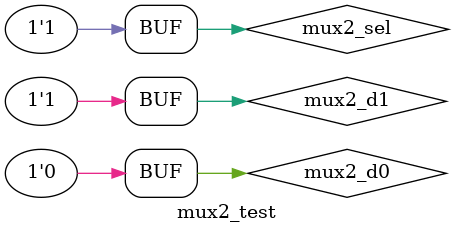
<source format=sv>
module mux2_test;

// Put your code here
// ------------------

    logic mux2_d0;
    logic mux2_d1;
    logic mux2_sel;
    logic mux2_z;

    mux2 uut (
        .d0(mux2_d0),
        .d1(mux2_d1),
        .sel(mux2_sel),
        .z(mux2_z)
    );

    initial begin
        mux2_d0 = 1'b0;
        mux2_d1 = 1'b1;
        mux2_sel = 1'b0;
        
        #25
        mux2_d0 = 1'b0;
        mux2_d1 = 1'b1;
        mux2_sel = 1'b1;

        #25
        mux2_d0 = 1'b0;
        mux2_d1 = 1'b1;
        mux2_d0 = 1'b0;
    
    end

// End of your code

endmodule

</source>
